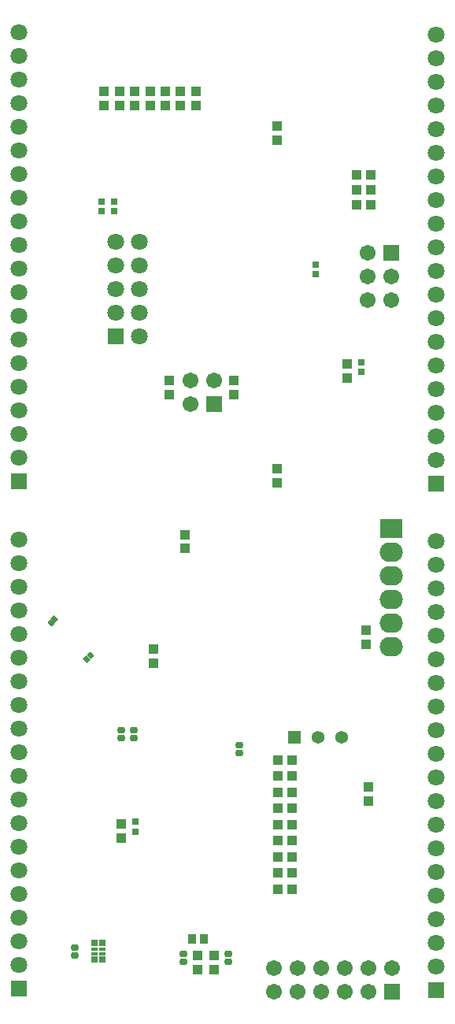
<source format=gbs>
G04*
G04 #@! TF.GenerationSoftware,Altium Limited,Altium Designer,21.1.1 (26)*
G04*
G04 Layer_Color=16711935*
%FSAX44Y44*%
%MOMM*%
G71*
G04*
G04 #@! TF.SameCoordinates,7C830176-F0F4-4CA8-9266-6C2C436D825E*
G04*
G04*
G04 #@! TF.FilePolarity,Negative*
G04*
G01*
G75*
%ADD41R,1.0932X1.1332*%
%ADD46R,0.7032X0.6782*%
G04:AMPARAMS|DCode=48|XSize=0.8032mm|YSize=0.7432mm|CornerRadius=0.2447mm|HoleSize=0mm|Usage=FLASHONLY|Rotation=0.000|XOffset=0mm|YOffset=0mm|HoleType=Round|Shape=RoundedRectangle|*
%AMROUNDEDRECTD48*
21,1,0.8032,0.2538,0,0,0.0*
21,1,0.3138,0.7432,0,0,0.0*
1,1,0.4894,0.1569,-0.1269*
1,1,0.4894,-0.1569,-0.1269*
1,1,0.4894,-0.1569,0.1269*
1,1,0.4894,0.1569,0.1269*
%
%ADD48ROUNDEDRECTD48*%
%ADD49R,1.1332X1.0932*%
%ADD56R,1.8032X1.8032*%
%ADD57C,1.8032*%
%ADD58C,1.7032*%
%ADD59R,1.7032X1.7032*%
%ADD60R,1.3632X1.3632*%
%ADD61C,1.3632*%
%ADD62O,2.4892X2.1082*%
%ADD63R,2.4892X2.1082*%
%ADD64R,1.7032X1.7032*%
%ADD82R,0.7032X0.7282*%
%ADD83R,0.7032X0.4532*%
%ADD84R,1.1332X1.0732*%
%ADD85R,0.9032X0.5032*%
G04:AMPARAMS|DCode=86|XSize=0.5832mm|YSize=0.6032mm|CornerRadius=0mm|HoleSize=0mm|Usage=FLASHONLY|Rotation=225.000|XOffset=0mm|YOffset=0mm|HoleType=Round|Shape=Rectangle|*
%AMROTATEDRECTD86*
4,1,4,-0.0071,0.4195,0.4195,-0.0071,0.0071,-0.4195,-0.4195,0.0071,-0.0071,0.4195,0.0*
%
%ADD86ROTATEDRECTD86*%

G04:AMPARAMS|DCode=87|XSize=0.5832mm|YSize=0.6032mm|CornerRadius=0.1491mm|HoleSize=0mm|Usage=FLASHONLY|Rotation=225.000|XOffset=0mm|YOffset=0mm|HoleType=Round|Shape=RoundedRectangle|*
%AMROUNDEDRECTD87*
21,1,0.5832,0.3050,0,0,225.0*
21,1,0.2850,0.6032,0,0,225.0*
1,1,0.2982,-0.2086,0.0071*
1,1,0.2982,-0.0071,0.2086*
1,1,0.2982,0.2086,-0.0071*
1,1,0.2982,0.0071,-0.2086*
%
%ADD87ROUNDEDRECTD87*%
D41*
X00582338Y00541726D02*
D03*
X00567018D02*
D03*
X00582338Y00559068D02*
D03*
X00567018D02*
D03*
X00582338Y00576411D02*
D03*
X00567018Y00576411D02*
D03*
X00582338Y00593753D02*
D03*
X00567018D02*
D03*
X00582338Y00611096D02*
D03*
X00567018D02*
D03*
X00582338Y00628438D02*
D03*
X00567018D02*
D03*
X00582338Y00645781D02*
D03*
X00567018Y00645781D02*
D03*
X00582338Y00663123D02*
D03*
X00567018D02*
D03*
X00582338Y00680466D02*
D03*
X00567018D02*
D03*
X00651436Y01276976D02*
D03*
X00666756D02*
D03*
X00651436Y01293388D02*
D03*
X00666756D02*
D03*
X00651436Y01309800D02*
D03*
X00666756D02*
D03*
D46*
X00413258Y00613961D02*
D03*
Y00603721D02*
D03*
X00607362Y01202396D02*
D03*
Y01212636D02*
D03*
X00390534Y01270214D02*
D03*
Y01280454D02*
D03*
X00377492D02*
D03*
Y01270214D02*
D03*
X00656590Y01098002D02*
D03*
Y01108242D02*
D03*
D48*
X00398320Y00704106D02*
D03*
Y00712706D02*
D03*
X00412162Y00704106D02*
D03*
Y00712706D02*
D03*
X00525381Y00696338D02*
D03*
X00525381Y00687738D02*
D03*
X00348028Y00470172D02*
D03*
X00348028Y00478772D02*
D03*
X00465108Y00463568D02*
D03*
X00465108Y00472168D02*
D03*
X00513636Y00463568D02*
D03*
X00513636Y00472168D02*
D03*
D49*
X00398066Y00611886D02*
D03*
Y00596566D02*
D03*
X00565960Y00978662D02*
D03*
Y00993982D02*
D03*
X00641398Y01106170D02*
D03*
Y01090850D02*
D03*
X00565960Y01361694D02*
D03*
Y01346374D02*
D03*
X00380072Y01399286D02*
D03*
X00380072Y01383966D02*
D03*
X00445720Y01399286D02*
D03*
X00445720Y01383966D02*
D03*
X00462132Y01399286D02*
D03*
X00462132Y01383966D02*
D03*
X00478544Y01399286D02*
D03*
Y01383966D02*
D03*
X00661718Y00820246D02*
D03*
Y00804926D02*
D03*
X00664307Y00651976D02*
D03*
Y00636656D02*
D03*
X00396484Y01383966D02*
D03*
Y01399286D02*
D03*
X00412896Y01383966D02*
D03*
Y01399286D02*
D03*
X00429308Y01383966D02*
D03*
X00429308Y01399286D02*
D03*
X00432610Y00799672D02*
D03*
Y00784352D02*
D03*
D56*
X00392478Y01135634D02*
D03*
X00736648Y00433578D02*
D03*
X00288592Y00434848D02*
D03*
X00736648Y00977646D02*
D03*
X00288592Y00979932D02*
D03*
D57*
X00392478Y01161034D02*
D03*
X00392478Y01186434D02*
D03*
X00392478Y01211834D02*
D03*
Y01237234D02*
D03*
X00417878D02*
D03*
Y01211834D02*
D03*
X00417878Y01186434D02*
D03*
X00417878Y01161034D02*
D03*
Y01135634D02*
D03*
X00736648Y00916178D02*
D03*
Y00890778D02*
D03*
Y00865378D02*
D03*
Y00839978D02*
D03*
Y00814578D02*
D03*
Y00789178D02*
D03*
Y00763778D02*
D03*
Y00738378D02*
D03*
Y00712978D02*
D03*
Y00687578D02*
D03*
Y00662178D02*
D03*
Y00636778D02*
D03*
Y00611378D02*
D03*
Y00585978D02*
D03*
Y00560578D02*
D03*
Y00535178D02*
D03*
Y00509778D02*
D03*
Y00484378D02*
D03*
Y00458978D02*
D03*
X00288592Y00917448D02*
D03*
Y00892048D02*
D03*
Y00866648D02*
D03*
Y00841248D02*
D03*
Y00815848D02*
D03*
Y00790448D02*
D03*
Y00765048D02*
D03*
Y00739648D02*
D03*
Y00714248D02*
D03*
Y00688848D02*
D03*
Y00663448D02*
D03*
Y00638048D02*
D03*
Y00612648D02*
D03*
Y00587248D02*
D03*
Y00561848D02*
D03*
Y00536448D02*
D03*
Y00511048D02*
D03*
Y00485648D02*
D03*
Y00460248D02*
D03*
X00736648Y01460246D02*
D03*
Y01434846D02*
D03*
Y01409446D02*
D03*
Y01384046D02*
D03*
Y01358646D02*
D03*
Y01333246D02*
D03*
Y01307846D02*
D03*
Y01282446D02*
D03*
Y01257046D02*
D03*
Y01231646D02*
D03*
Y01206246D02*
D03*
Y01180846D02*
D03*
Y01155446D02*
D03*
Y01130046D02*
D03*
Y01104646D02*
D03*
Y01079246D02*
D03*
Y01053846D02*
D03*
Y01028446D02*
D03*
Y01003046D02*
D03*
X00288592Y01462532D02*
D03*
Y01437132D02*
D03*
Y01411732D02*
D03*
Y01386332D02*
D03*
Y01360932D02*
D03*
Y01335532D02*
D03*
Y01310132D02*
D03*
Y01284732D02*
D03*
Y01259332D02*
D03*
Y01233932D02*
D03*
Y01208532D02*
D03*
Y01183132D02*
D03*
Y01157732D02*
D03*
Y01132332D02*
D03*
Y01106932D02*
D03*
Y01081532D02*
D03*
Y01056132D02*
D03*
Y01030732D02*
D03*
Y01005332D02*
D03*
D58*
X00562928Y00456926D02*
D03*
X00588328Y00456926D02*
D03*
X00613728Y00456926D02*
D03*
X00639128D02*
D03*
X00664528Y00456926D02*
D03*
X00689928Y00456926D02*
D03*
X00562928Y00431525D02*
D03*
X00588328Y00431525D02*
D03*
X00613728Y00431525D02*
D03*
X00639128D02*
D03*
X00664528D02*
D03*
X00472742Y01088644D02*
D03*
Y01063244D02*
D03*
X00498142Y01088644D02*
D03*
X00663664Y01174750D02*
D03*
X00689064Y01174750D02*
D03*
X00663664Y01200150D02*
D03*
X00689064D02*
D03*
X00663664Y01225550D02*
D03*
D59*
X00689928Y00431525D02*
D03*
X00498142Y01063244D02*
D03*
D60*
X00584178Y00704975D02*
D03*
D61*
X00609578D02*
D03*
X00634978D02*
D03*
D62*
X00688388Y00827786D02*
D03*
Y00903986D02*
D03*
Y00878586D02*
D03*
Y00853186D02*
D03*
Y00802386D02*
D03*
D63*
Y00929386D02*
D03*
D64*
X00689064Y01225550D02*
D03*
D82*
X00378220Y00483860D02*
D03*
Y00466100D02*
D03*
X00369220D02*
D03*
Y00483860D02*
D03*
D83*
X00378220Y00477480D02*
D03*
Y00472480D02*
D03*
X00369220D02*
D03*
Y00477480D02*
D03*
D84*
X00449628Y01073474D02*
D03*
Y01088574D02*
D03*
X00480701Y00470518D02*
D03*
Y00455418D02*
D03*
X00498043Y00470518D02*
D03*
Y00455418D02*
D03*
X00518970Y01088574D02*
D03*
Y01073474D02*
D03*
X00466900Y00922966D02*
D03*
Y00907866D02*
D03*
D85*
X00487220Y00485648D02*
D03*
Y00491148D02*
D03*
X00474720Y00491148D02*
D03*
Y00485648D02*
D03*
D86*
X00361288Y00788976D02*
D03*
X00326692Y00832104D02*
D03*
D87*
X00365248Y00792936D02*
D03*
X00322732Y00828144D02*
D03*
M02*

</source>
